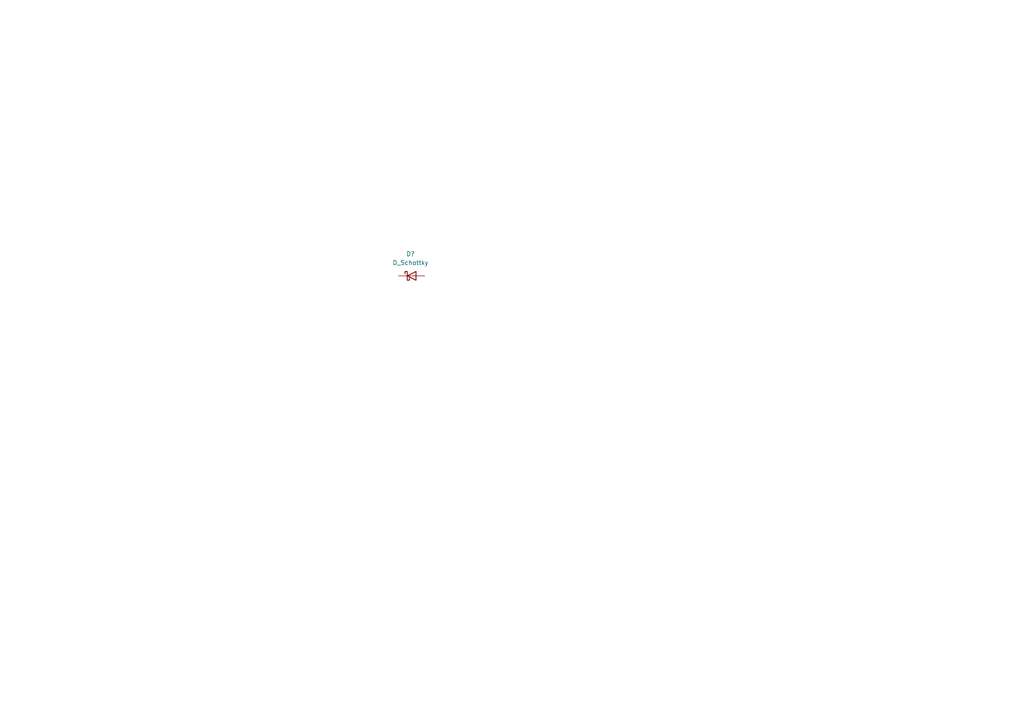
<source format=kicad_sch>
(kicad_sch (version 20231120) (generator "eeschema") (generator_version "8.0")
  (paper "A4")
  (lib_symbols
    (symbol "Device:D_Schottky" (pin_numbers hide) (pin_names (offset 1.016) hide)
      (property "Reference" "D" (at 0 2.54 0))
      (property "Value" "D_Schottky" (at 0 -2.54 0))
      (symbol "D_Schottky_0_1"
        (polyline (pts (xy 1.27 0) (xy -1.27 0)))
        (polyline (pts (xy 1.27 1.27) (xy 1.27 -1.27) (xy -1.27 0) (xy 1.27 1.27)) (stroke (width 0.254)))
        (polyline (pts (xy -1.905 0.635) (xy -1.905 1.27) (xy -1.27 1.27) (xy -1.27 -1.27) (xy -0.635 -1.27) (xy -0.635 -0.635)) (stroke (width 0.254)))
      )
      (symbol "D_Schottky_1_1"
        (pin passive line (at -3.81 0 0) (length 2.54) (name "K") (number "1"))
        (pin passive line (at 3.81 0 180) (length 2.54) (name "A") (number "2"))
      )
    )
  )
  (symbol (lib_id "Device:D_Schottky") (at 119.38 80.01 0) (unit 1)
    (property "Reference" "D?" (at 119.0625 73.66 0))
    (property "Value" "D_Schottky" (at 119.0625 76.2 0))
    (property "Description" "Schottky diode" (effects (hide yes)))
  )
)
</source>
